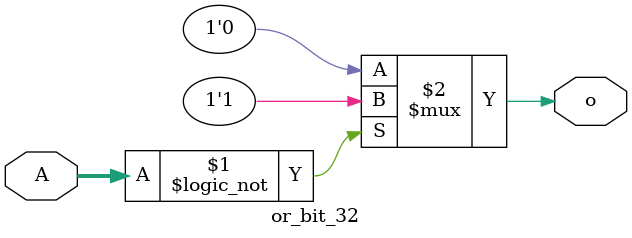
<source format=v>
`timescale 1ns / 1ps
module  or_bit_32(
	input [31:0] A,
	output o
);				  
	assign o = ((A == 32'b0)? 1'b1: 1'b0);
endmodule

</source>
